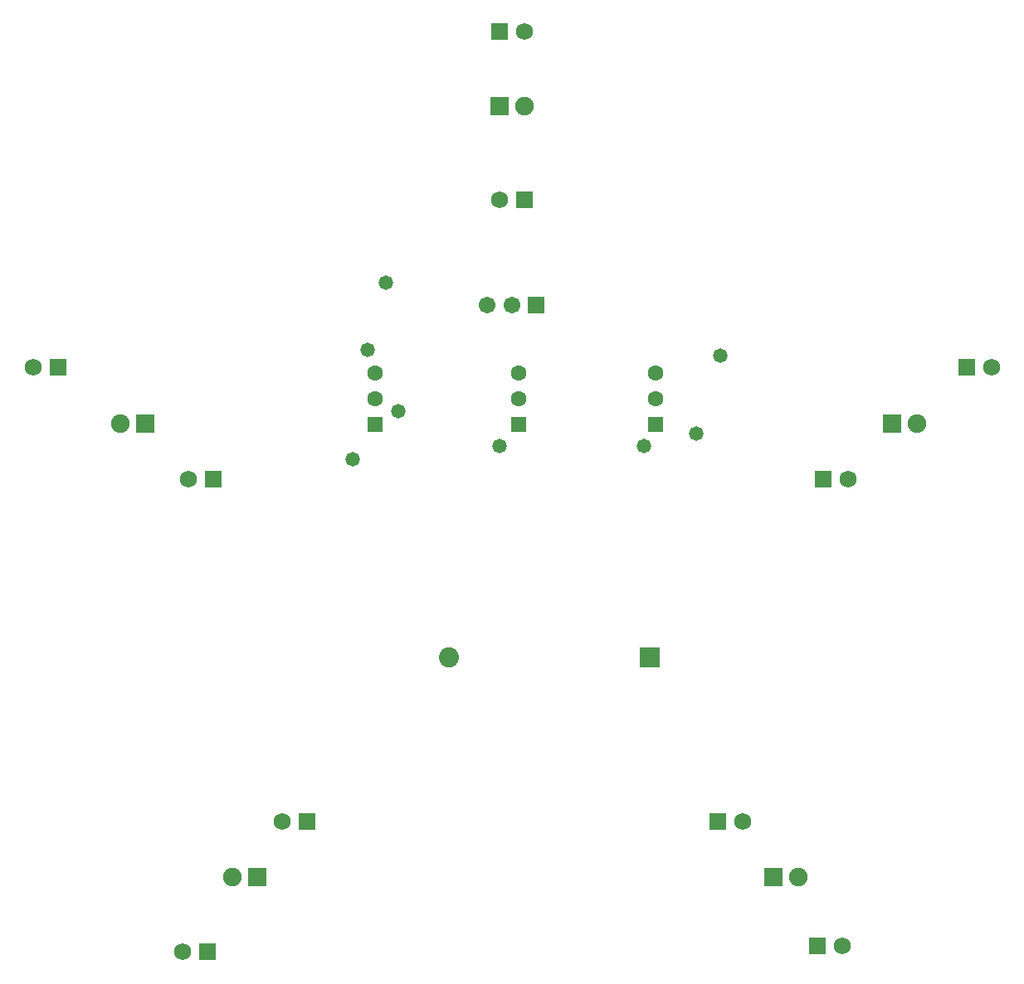
<source format=gbs>
G04*
G04 #@! TF.GenerationSoftware,Altium Limited,Altium Designer,23.0.1 (38)*
G04*
G04 Layer_Color=16711935*
%FSLAX44Y44*%
%MOMM*%
G71*
G04*
G04 #@! TF.SameCoordinates,DBD969FD-5544-4FB8-9625-6CD88A766504*
G04*
G04*
G04 #@! TF.FilePolarity,Negative*
G04*
G01*
G75*
%ADD24R,1.6032X1.6032*%
%ADD25C,1.6032*%
%ADD26C,2.0532*%
%ADD27R,2.0532X2.0532*%
%ADD28C,1.9000*%
%ADD29R,1.9000X1.9000*%
%ADD30R,1.7032X1.7032*%
%ADD31C,1.7032*%
%ADD32C,1.7532*%
%ADD33R,1.7532X1.7532*%
%ADD34C,1.4732*%
D24*
X546100Y647100D02*
D03*
X260350D02*
D03*
X406400D02*
D03*
D25*
X546100Y699100D02*
D03*
Y673100D02*
D03*
X260350Y699100D02*
D03*
Y673100D02*
D03*
X406400Y699100D02*
D03*
Y673100D02*
D03*
D26*
X335700Y408940D02*
D03*
D27*
X540600D02*
D03*
D28*
X412750Y971550D02*
D03*
X-0Y647700D02*
D03*
X114300Y184150D02*
D03*
X692150D02*
D03*
X812800Y647700D02*
D03*
D29*
X387350Y971550D02*
D03*
X25400Y647700D02*
D03*
X139700Y184150D02*
D03*
X666750D02*
D03*
X787400Y647700D02*
D03*
D30*
X424650Y768350D02*
D03*
D31*
X399650D02*
D03*
X374650D02*
D03*
D32*
X412750Y1047750D02*
D03*
X69850Y590550D02*
D03*
X165100Y241300D02*
D03*
X635000D02*
D03*
X742950Y590550D02*
D03*
X387350Y876300D02*
D03*
X-88900Y704850D02*
D03*
X63500Y107950D02*
D03*
X736600Y114300D02*
D03*
X889000Y704850D02*
D03*
D33*
X387350Y1047750D02*
D03*
X95250Y590550D02*
D03*
X190500Y241300D02*
D03*
X609600D02*
D03*
X717550Y590550D02*
D03*
X412750Y876300D02*
D03*
X-63500Y704850D02*
D03*
X88900Y107950D02*
D03*
X711200Y114300D02*
D03*
X863600Y704850D02*
D03*
D34*
X387198Y624699D02*
D03*
X252324Y723250D02*
D03*
X587604Y637399D02*
D03*
X534550Y624699D02*
D03*
X612496Y716901D02*
D03*
X270908Y791323D02*
D03*
X237084Y610983D02*
D03*
X283820Y660005D02*
D03*
M02*

</source>
